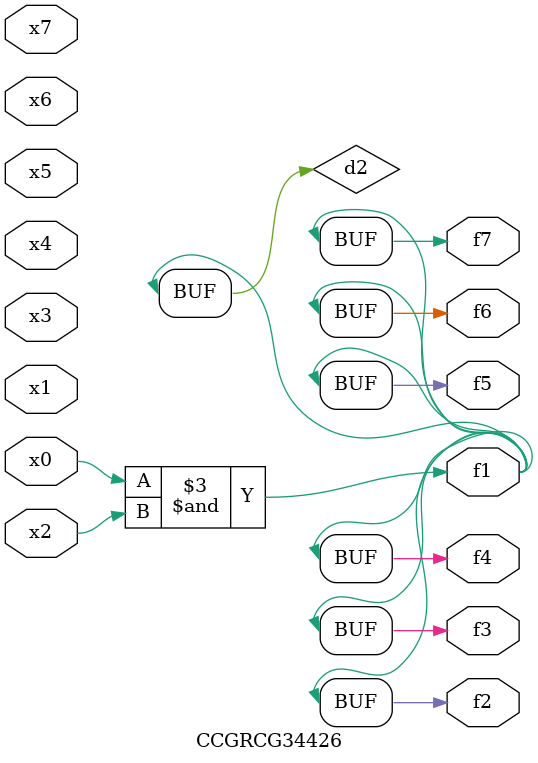
<source format=v>
module CCGRCG34426(
	input x0, x1, x2, x3, x4, x5, x6, x7,
	output f1, f2, f3, f4, f5, f6, f7
);

	wire d1, d2;

	nor (d1, x3, x6);
	and (d2, x0, x2);
	assign f1 = d2;
	assign f2 = d2;
	assign f3 = d2;
	assign f4 = d2;
	assign f5 = d2;
	assign f6 = d2;
	assign f7 = d2;
endmodule

</source>
